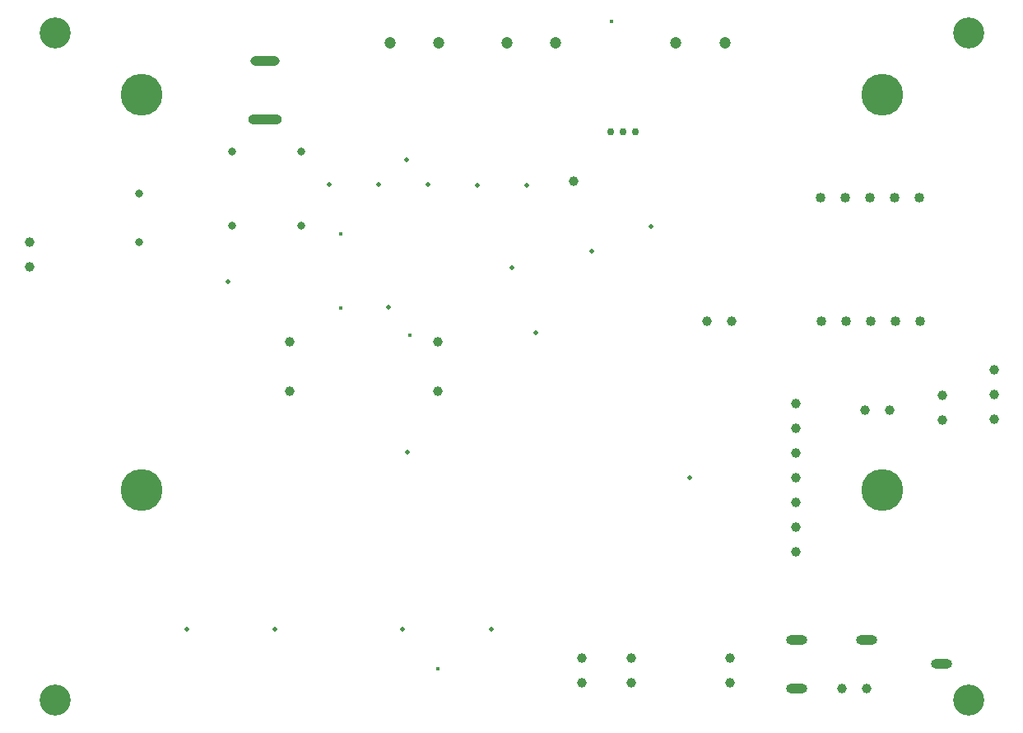
<source format=gbr>
%TF.GenerationSoftware,KiCad,Pcbnew,7.0.2*%
%TF.CreationDate,2024-01-09T21:22:07-08:00*%
%TF.ProjectId,MK-KS-MkII,4d4b2d4b-532d-44d6-9b49-492e6b696361,1.0*%
%TF.SameCoordinates,Original*%
%TF.FileFunction,Plated,1,2,PTH,Mixed*%
%TF.FilePolarity,Positive*%
%FSLAX46Y46*%
G04 Gerber Fmt 4.6, Leading zero omitted, Abs format (unit mm)*
G04 Created by KiCad (PCBNEW 7.0.2) date 2024-01-09 21:22:07*
%MOMM*%
%LPD*%
G01*
G04 APERTURE LIST*
%TA.AperFunction,ViaDrill*%
%ADD10C,0.400000*%
%TD*%
%TA.AperFunction,ViaDrill*%
%ADD11C,0.500000*%
%TD*%
%TA.AperFunction,ComponentDrill*%
%ADD12C,0.750000*%
%TD*%
%TA.AperFunction,ComponentDrill*%
%ADD13C,0.800000*%
%TD*%
%TA.AperFunction,ComponentDrill*%
%ADD14C,1.000000*%
%TD*%
G04 aperture for slot hole*
%TA.AperFunction,ComponentDrill*%
%ADD15O,3.000000X1.000000*%
%TD*%
G04 aperture for slot hole*
%TA.AperFunction,ComponentDrill*%
%ADD16O,3.500000X1.000000*%
%TD*%
G04 aperture for slot hole*
%TA.AperFunction,ComponentDrill*%
%ADD17O,2.200000X1.000000*%
%TD*%
%TA.AperFunction,ComponentDrill*%
%ADD18C,1.020000*%
%TD*%
%TA.AperFunction,ComponentDrill*%
%ADD19C,1.200000*%
%TD*%
%TA.AperFunction,ComponentDrill*%
%ADD20C,3.200000*%
%TD*%
%TA.AperFunction,ComponentDrill*%
%ADD21C,4.300000*%
%TD*%
G04 APERTURE END LIST*
D10*
X90627200Y-119253000D03*
X90627200Y-126898400D03*
X97739200Y-129717800D03*
X100609000Y-163991000D03*
X118465600Y-97434400D03*
D11*
X74803000Y-159941800D03*
X79044800Y-124155200D03*
X83870800Y-159941800D03*
X89484200Y-114198400D03*
X94538800Y-114223800D03*
X95580200Y-126794800D03*
X97028000Y-159941800D03*
X97409000Y-111633000D03*
X97480000Y-141713000D03*
X99618800Y-114223800D03*
X104724200Y-114249200D03*
X106172000Y-159941800D03*
X108229400Y-122732800D03*
X109778800Y-114249200D03*
X110667800Y-129413000D03*
X116433600Y-121056400D03*
X122555000Y-118541800D03*
X126559000Y-144311000D03*
D12*
%TO.C,Q4*%
X118389400Y-108762800D03*
X119659400Y-108762800D03*
X120929400Y-108762800D03*
D13*
%TO.C,C3*%
X69875400Y-115080851D03*
X69875400Y-120080851D03*
%TO.C,D2*%
X79425800Y-110794800D03*
X79425800Y-118414800D03*
%TO.C,D4*%
X86537800Y-110794800D03*
X86537800Y-118414800D03*
D14*
%TO.C,OPa1*%
X58593000Y-120104000D03*
X58593000Y-122644000D03*
D15*
%TO.C,J2*%
X82880200Y-101489100D03*
D16*
X82880200Y-107489100D03*
D14*
%TO.C,TP3*%
X85369400Y-130352800D03*
%TO.C,TP2*%
X85369400Y-135432800D03*
%TO.C,TP4*%
X100609400Y-130352800D03*
%TO.C,TP5*%
X100609400Y-135432800D03*
%TO.C,TP1*%
X114599000Y-113854000D03*
%TO.C,SW1*%
X115448400Y-162884800D03*
X115448400Y-165424800D03*
X120528400Y-162884800D03*
X120528400Y-165424800D03*
%TO.C,JP4*%
X128341000Y-128229000D03*
%TO.C,JP2*%
X130688400Y-162859800D03*
X130688400Y-165399800D03*
%TO.C,JP4*%
X130881000Y-128229000D03*
%TO.C,J4*%
X137439400Y-136702800D03*
X137439400Y-139242800D03*
X137439400Y-141782800D03*
X137439400Y-144322800D03*
X137439400Y-146862800D03*
X137439400Y-149402800D03*
X137439400Y-151942800D03*
D17*
%TO.C,J5*%
X137553000Y-160972000D03*
X137553000Y-165972000D03*
D14*
%TO.C,JP3*%
X142202000Y-165979000D03*
%TO.C,JP1*%
X144529000Y-137366000D03*
%TO.C,JP3*%
X144742000Y-165979000D03*
D17*
%TO.C,J5*%
X144753000Y-160972000D03*
D14*
%TO.C,JP1*%
X147069000Y-137366000D03*
D17*
%TO.C,J5*%
X152453000Y-163472000D03*
D14*
%TO.C,JP5*%
X152564000Y-135827000D03*
X152564000Y-138367000D03*
%TO.C,J3*%
X157857000Y-133268000D03*
X157857000Y-135808000D03*
X157857000Y-138348000D03*
D18*
%TO.C,U1*%
X140016000Y-115554000D03*
X140106000Y-128234000D03*
X142556000Y-115554000D03*
X142646000Y-128234000D03*
X145096000Y-115554000D03*
X145186000Y-128234000D03*
X147636000Y-115554000D03*
X147726000Y-128234000D03*
X150176000Y-115554000D03*
X150266000Y-128234000D03*
D19*
%TO.C,ST1*%
X95709400Y-99627800D03*
X100709400Y-99627800D03*
%TO.C,ST2*%
X107774400Y-99627800D03*
X112774400Y-99627800D03*
%TO.C,ST3*%
X125138000Y-99627800D03*
X130138000Y-99627800D03*
D20*
%TO.C,M_KSI1*%
X61239400Y-98602800D03*
%TO.C,M_KSI4*%
X61239400Y-167182800D03*
%TO.C,M_KSI2*%
X155219400Y-98602800D03*
%TO.C,M_KSI3*%
X155219400Y-167182800D03*
D21*
%TO.C,SHLD-1*%
X70129400Y-104952800D03*
%TO.C,SHLD-4*%
X70129400Y-145592800D03*
%TO.C,SHLD-2*%
X146329400Y-104952800D03*
%TO.C,SHLD-3*%
X146329400Y-145592800D03*
M02*

</source>
